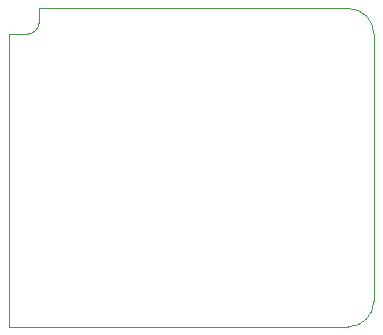
<source format=gbr>
G04 #@! TF.GenerationSoftware,KiCad,Pcbnew,(5.1.5)-3*
G04 #@! TF.CreationDate,2020-06-15T13:00:21-04:00*
G04 #@! TF.ProjectId,Wemo_Shield,57656d6f-5f53-4686-9965-6c642e6b6963,v1*
G04 #@! TF.SameCoordinates,Original*
G04 #@! TF.FileFunction,Profile,NP*
%FSLAX46Y46*%
G04 Gerber Fmt 4.6, Leading zero omitted, Abs format (unit mm)*
G04 Created by KiCad (PCBNEW (5.1.5)-3) date 2020-06-15 13:00:21*
%MOMM*%
%LPD*%
G04 APERTURE LIST*
%ADD10C,0.050000*%
G04 APERTURE END LIST*
D10*
X158800000Y-111100000D02*
G75*
G02X156650000Y-113250000I-2150000J0D01*
G01*
X156650000Y-86300000D02*
G75*
G02X158800000Y-88450000I0J-2150000D01*
G01*
X130450000Y-87500000D02*
X130450000Y-86300000D01*
X130450000Y-87500000D02*
G75*
G02X129500000Y-88450000I-950000J0D01*
G01*
X127950000Y-113250000D02*
X127950000Y-88450000D01*
X156650000Y-113250000D02*
X127950000Y-113250000D01*
X158800000Y-88450000D02*
X158800000Y-111100000D01*
X130450000Y-86300000D02*
X156650000Y-86300000D01*
X127950000Y-88450000D02*
X129500000Y-88450000D01*
M02*

</source>
